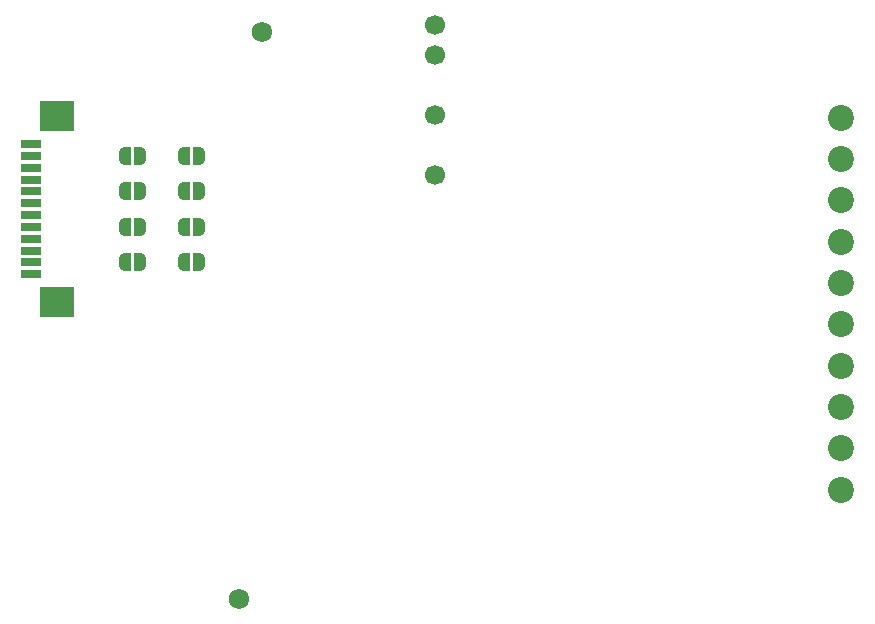
<source format=gbr>
%TF.GenerationSoftware,KiCad,Pcbnew,9.0.2*%
%TF.CreationDate,2025-06-09T15:42:41+03:00*%
%TF.ProjectId,PMCNV-AI4T,504d434e-562d-4414-9934-542e6b696361,rev?*%
%TF.SameCoordinates,Original*%
%TF.FileFunction,Soldermask,Bot*%
%TF.FilePolarity,Negative*%
%FSLAX46Y46*%
G04 Gerber Fmt 4.6, Leading zero omitted, Abs format (unit mm)*
G04 Created by KiCad (PCBNEW 9.0.2) date 2025-06-09 15:42:41*
%MOMM*%
%LPD*%
G01*
G04 APERTURE LIST*
G04 Aperture macros list*
%AMFreePoly0*
4,1,23,0.500000,-0.750000,0.000000,-0.750000,0.000000,-0.745722,-0.065263,-0.745722,-0.191342,-0.711940,-0.304381,-0.646677,-0.396677,-0.554381,-0.461940,-0.441342,-0.495722,-0.315263,-0.495722,-0.250000,-0.500000,-0.250000,-0.500000,0.250000,-0.495722,0.250000,-0.495722,0.315263,-0.461940,0.441342,-0.396677,0.554381,-0.304381,0.646677,-0.191342,0.711940,-0.065263,0.745722,0.000000,0.745722,
0.000000,0.750000,0.500000,0.750000,0.500000,-0.750000,0.500000,-0.750000,$1*%
%AMFreePoly1*
4,1,23,0.000000,0.745722,0.065263,0.745722,0.191342,0.711940,0.304381,0.646677,0.396677,0.554381,0.461940,0.441342,0.495722,0.315263,0.495722,0.250000,0.500000,0.250000,0.500000,-0.250000,0.495722,-0.250000,0.495722,-0.315263,0.461940,-0.441342,0.396677,-0.554381,0.304381,-0.646677,0.191342,-0.711940,0.065263,-0.745722,0.000000,-0.745722,0.000000,-0.750000,-0.500000,-0.750000,
-0.500000,0.750000,0.000000,0.750000,0.000000,0.745722,0.000000,0.745722,$1*%
G04 Aperture macros list end*
%ADD10C,1.725000*%
%ADD11C,1.700000*%
%ADD12C,2.200000*%
%ADD13FreePoly0,0.000000*%
%ADD14FreePoly1,0.000000*%
%ADD15R,1.803400X0.635000*%
%ADD16R,2.997200X2.590800*%
G04 APERTURE END LIST*
D10*
%TO.C,U4*%
X-14000000Y45000000D03*
%TD*%
D11*
%TO.C,PS1*%
X625000Y45615000D03*
X625000Y43075000D03*
X625000Y37995000D03*
X625000Y32915000D03*
%TD*%
D12*
%TO.C,J1*%
X35000000Y6250000D03*
X35000000Y9750000D03*
X35000000Y13250000D03*
X35000000Y16750000D03*
X35000000Y20250000D03*
X35000000Y23750000D03*
X35000000Y27250000D03*
X35000000Y30750000D03*
X35000000Y34250000D03*
X35000000Y37750000D03*
%TD*%
D10*
%TO.C,U5*%
X-16000000Y-3000000D03*
%TD*%
D13*
%TO.C,JP6*%
X-20650000Y31500000D03*
D14*
X-19350000Y31500000D03*
%TD*%
D13*
%TO.C,JP8*%
X-20650000Y25500000D03*
D14*
X-19350000Y25500000D03*
%TD*%
D13*
%TO.C,JP5*%
X-20650000Y34500000D03*
D14*
X-19350000Y34500000D03*
%TD*%
D15*
%TO.C,J5*%
X-33556000Y35499992D03*
X-33556000Y34499994D03*
X-33556000Y33499996D03*
X-33556000Y32499998D03*
X-33556000Y31500000D03*
X-33556000Y30500000D03*
X-33556000Y29500000D03*
X-33556000Y28500000D03*
X-33556000Y27500002D03*
X-33556000Y26500004D03*
X-33556000Y25500006D03*
X-33556000Y24500008D03*
D16*
X-31385999Y37850003D03*
X-31385999Y22149997D03*
%TD*%
D13*
%TO.C,JP1*%
X-25650000Y34500000D03*
D14*
X-24350000Y34500000D03*
%TD*%
D13*
%TO.C,JP7*%
X-20650000Y28500000D03*
D14*
X-19350000Y28500000D03*
%TD*%
D13*
%TO.C,JP3*%
X-25650000Y28500000D03*
D14*
X-24350000Y28500000D03*
%TD*%
D13*
%TO.C,JP2*%
X-25650000Y31500000D03*
D14*
X-24350000Y31500000D03*
%TD*%
D13*
%TO.C,JP4*%
X-25650000Y25500000D03*
D14*
X-24350000Y25500000D03*
%TD*%
M02*

</source>
